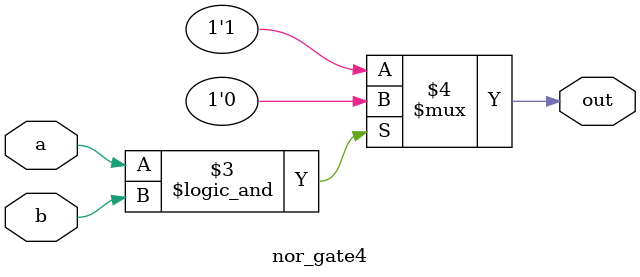
<source format=v>
module nor_gate4 (
  input a,
  input b,
  output out
);

  assign out = (a == 1'b1 && b == 1'b1) ? 1'b0 : 1'b1; // NOR using conditional expression

endmodule

</source>
